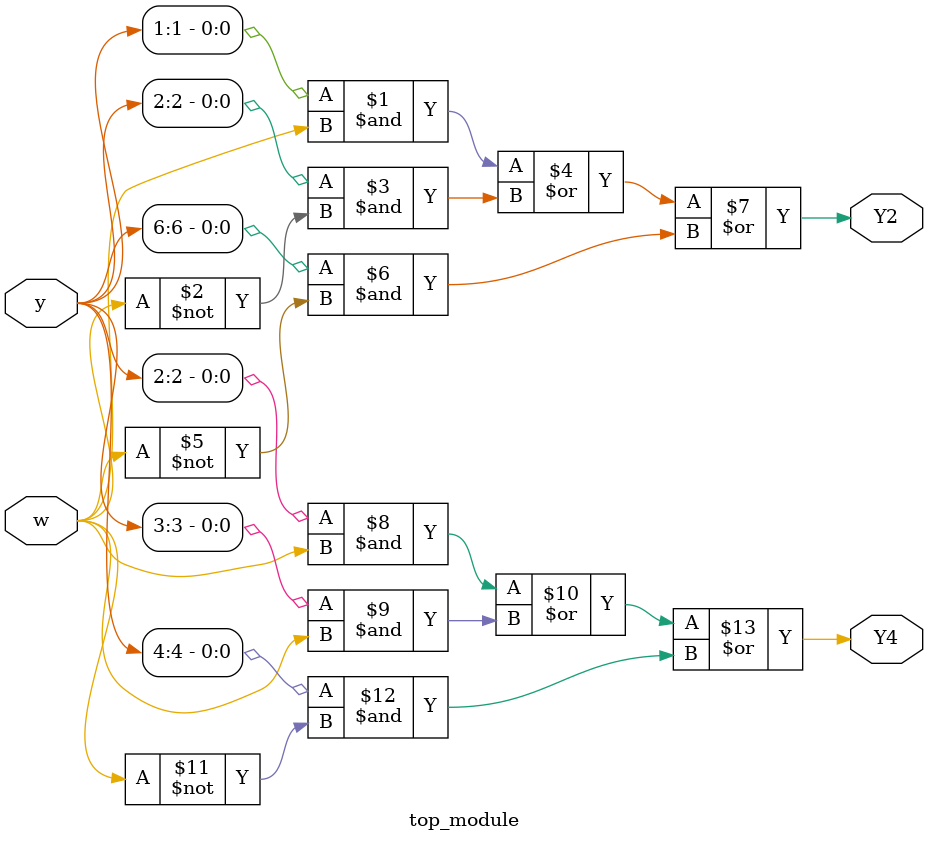
<source format=sv>
module top_module (
	input [6:1] y,
	input w,
	output Y2,
	output Y4
);

    assign Y2 = y[1] & w | y[2] & ~w | y[6] & ~w;
    assign Y4 = y[2] & w | y[3] & w | y[4] & ~w;

endmodule

</source>
